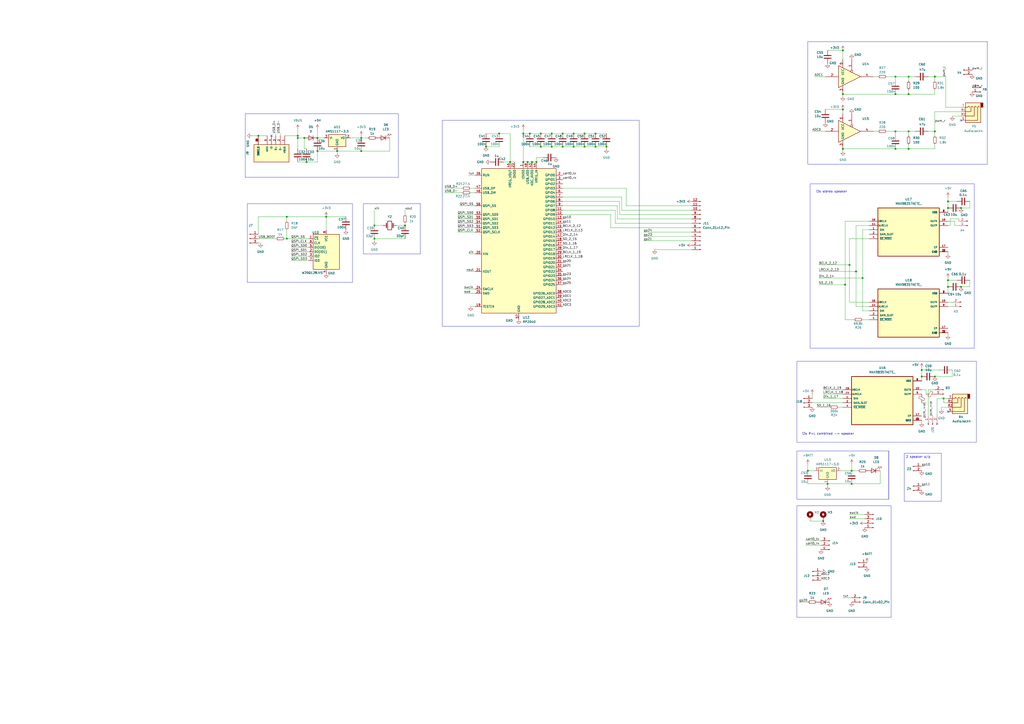
<source format=kicad_sch>
(kicad_sch (version 20231120) (generator "eeschema") (generator_version "8.0")
  (paper "A2")
  (junction (at 480.06 280.67))
  (junction (at 209.55 87.63))
  (junction (at 549.91 166.37))
  (junction (at 217.17 130.81))
  (junction (at 176.53 80.01))
  (junction (at 542.29 76.2))
  (junction (at 209.55 80.01))
  (junction (at 345.44 77.47))
  (junction (at 281.94 85.09))
  (junction (at 172.72 78.74))
  (junction (at 184.15 87.63))
  (junction (at 326.39 85.09))
  (junction (at 542.29 218.44))
  (junction (at 527.05 76.2))
  (junction (at 549.91 162.56))
  (junction (at 303.53 77.47))
  (junction (at 492.76 153.67))
  (junction (at 494.03 273.05))
  (junction (at 184.15 80.01))
  (junction (at 177.8 93.98))
  (junction (at 166.37 125.73))
  (junction (at 557.53 166.37))
  (junction (at 320.04 85.09))
  (junction (at 351.79 85.09))
  (junction (at 295.91 93.98))
  (junction (at 534.67 214.63))
  (junction (at 326.39 77.47))
  (junction (at 519.43 86.36))
  (junction (at 500.38 161.29))
  (junction (at 477.52 302.26))
  (junction (at 149.86 78.74))
  (junction (at 189.23 125.73))
  (junction (at 488.95 54.61))
  (junction (at 166.37 138.43))
  (junction (at 519.43 54.61))
  (junction (at 345.44 85.09))
  (junction (at 534.67 218.44))
  (junction (at 332.74 85.09))
  (junction (at 542.29 44.45))
  (junction (at 311.15 93.98))
  (junction (at 519.43 44.45))
  (junction (at 217.17 138.43))
  (junction (at 313.69 77.47))
  (junction (at 490.22 165.1))
  (junction (at 339.09 77.47))
  (junction (at 172.72 80.01))
  (junction (at 234.95 130.81))
  (junction (at 527.05 86.36))
  (junction (at 519.43 76.2))
  (junction (at 313.69 85.09))
  (junction (at 289.56 77.47))
  (junction (at 332.74 77.47))
  (junction (at 527.05 44.45))
  (junction (at 549.91 116.84))
  (junction (at 527.05 54.61))
  (junction (at 308.61 93.98))
  (junction (at 195.58 87.63))
  (junction (at 557.53 120.65))
  (junction (at 549.91 120.65))
  (junction (at 320.04 77.47))
  (junction (at 468.63 273.05))
  (junction (at 496.57 157.48))
  (junction (at 303.53 93.98))
  (junction (at 494.03 280.67))
  (junction (at 488.95 29.21))
  (junction (at 307.34 77.47))
  (junction (at 488.95 63.5))
  (junction (at 306.07 93.98))
  (junction (at 488.95 86.36))
  (junction (at 547.37 231.14))
  (junction (at 339.09 85.09))
  (no_connect (at 557.53 69.85))
  (no_connect (at 157.48 78.74))
  (no_connect (at 549.91 238.76))
  (wire (pts (xy 363.22 109.22) (xy 363.22 119.38)))
  (wire (pts (xy 487.68 273.05) (xy 494.03 273.05)))
  (wire (pts (xy 184.15 93.98) (xy 177.8 93.98)))
  (wire (pts (xy 542.29 76.2) (xy 538.48 76.2)))
  (wire (pts (xy 265.43 134.62) (xy 275.59 134.62)))
  (wire (pts (xy 514.35 44.45) (xy 519.43 44.45)))
  (wire (pts (xy 548.64 44.45) (xy 542.29 44.45)))
  (wire (pts (xy 534.67 214.63) (xy 534.67 218.44)))
  (wire (pts (xy 313.69 77.47) (xy 320.04 77.47)))
  (wire (pts (xy 500.38 161.29) (xy 500.38 133.35)))
  (wire (pts (xy 209.55 78.74) (xy 209.55 80.01)))
  (wire (pts (xy 548.64 62.23) (xy 557.53 62.23)))
  (wire (pts (xy 527.05 54.61) (xy 542.29 54.61)))
  (wire (pts (xy 257.81 111.76) (xy 267.97 111.76)))
  (wire (pts (xy 527.05 78.74) (xy 527.05 76.2)))
  (wire (pts (xy 549.91 194.31) (xy 549.91 193.04)))
  (wire (pts (xy 320.04 77.47) (xy 326.39 77.47)))
  (wire (pts (xy 354.33 124.46) (xy 354.33 132.08)))
  (wire (pts (xy 339.09 77.47) (xy 345.44 77.47)))
  (wire (pts (xy 472.44 44.45) (xy 478.79 44.45)))
  (wire (pts (xy 326.39 116.84) (xy 359.41 116.84)))
  (wire (pts (xy 257.81 109.22) (xy 267.97 109.22)))
  (wire (pts (xy 549.91 128.27) (xy 553.72 128.27)))
  (wire (pts (xy 265.43 129.54) (xy 275.59 129.54)))
  (wire (pts (xy 273.05 177.8) (xy 275.59 177.8)))
  (wire (pts (xy 543.56 231.14) (xy 543.56 241.3)))
  (wire (pts (xy 542.29 46.99) (xy 542.29 44.45)))
  (wire (pts (xy 542.29 86.36) (xy 542.29 83.82)))
  (wire (pts (xy 467.36 313.69) (xy 476.25 313.69)))
  (wire (pts (xy 519.43 44.45) (xy 527.05 44.45)))
  (wire (pts (xy 542.29 44.45) (xy 538.48 44.45)))
  (wire (pts (xy 295.91 93.98) (xy 298.45 93.98)))
  (wire (pts (xy 226.06 87.63) (xy 209.55 87.63)))
  (wire (pts (xy 534.67 233.68) (xy 537.21 233.68)))
  (wire (pts (xy 314.96 91.44) (xy 311.15 91.44)))
  (wire (pts (xy 552.45 177.8) (xy 549.91 177.8)))
  (wire (pts (xy 509.27 76.2) (xy 506.73 76.2)))
  (wire (pts (xy 463.55 349.25) (xy 468.63 349.25)))
  (wire (pts (xy 500.38 133.35) (xy 504.19 133.35)))
  (wire (pts (xy 471.17 228.6) (xy 471.17 231.14)))
  (wire (pts (xy 166.37 125.73) (xy 166.37 128.27)))
  (wire (pts (xy 265.43 124.46) (xy 275.59 124.46)))
  (wire (pts (xy 542.29 64.77) (xy 557.53 64.77)))
  (wire (pts (xy 168.91 148.59) (xy 179.07 148.59)))
  (wire (pts (xy 195.58 87.63) (xy 209.55 87.63)))
  (wire (pts (xy 176.53 86.36) (xy 176.53 80.01)))
  (wire (pts (xy 496.57 177.8) (xy 496.57 157.48)))
  (wire (pts (xy 149.86 78.74) (xy 154.94 78.74)))
  (wire (pts (xy 345.44 77.47) (xy 351.79 77.47)))
  (wire (pts (xy 562.61 162.56) (xy 562.61 166.37)))
  (wire (pts (xy 562.61 166.37) (xy 557.53 166.37)))
  (wire (pts (xy 510.54 280.67) (xy 494.03 280.67)))
  (wire (pts (xy 467.36 316.23) (xy 476.25 316.23)))
  (wire (pts (xy 549.91 116.84) (xy 549.91 120.65)))
  (wire (pts (xy 486.41 236.22) (xy 488.95 236.22)))
  (wire (pts (xy 160.02 77.47) (xy 160.02 78.74)))
  (wire (pts (xy 266.7 119.38) (xy 275.59 119.38)))
  (wire (pts (xy 500.38 185.42) (xy 504.19 185.42)))
  (wire (pts (xy 149.86 140.97) (xy 151.13 140.97)))
  (wire (pts (xy 474.98 157.48) (xy 496.57 157.48)))
  (wire (pts (xy 217.17 138.43) (xy 234.95 138.43)))
  (wire (pts (xy 552.45 218.44) (xy 542.29 218.44)))
  (wire (pts (xy 477.52 228.6) (xy 488.95 228.6)))
  (wire (pts (xy 307.34 77.47) (xy 313.69 77.47)))
  (wire (pts (xy 149.86 138.43) (xy 160.02 138.43)))
  (wire (pts (xy 492.76 153.67) (xy 492.76 175.26)))
  (wire (pts (xy 488.95 54.61) (xy 519.43 54.61)))
  (wire (pts (xy 203.2 80.01) (xy 209.55 80.01)))
  (wire (pts (xy 478.79 63.5) (xy 488.95 63.5)))
  (wire (pts (xy 295.91 93.98) (xy 295.91 77.47)))
  (wire (pts (xy 538.48 226.06) (xy 542.29 226.06)))
  (wire (pts (xy 326.39 77.47) (xy 332.74 77.47)))
  (wire (pts (xy 165.1 138.43) (xy 166.37 138.43)))
  (wire (pts (xy 519.43 76.2) (xy 527.05 76.2)))
  (wire (pts (xy 504.19 180.34) (xy 500.38 180.34)))
  (wire (pts (xy 358.14 127) (xy 401.32 127)))
  (wire (pts (xy 339.09 85.09) (xy 345.44 85.09)))
  (wire (pts (xy 527.05 52.07) (xy 527.05 54.61)))
  (wire (pts (xy 534.67 245.11) (xy 534.67 243.84)))
  (wire (pts (xy 168.91 146.05) (xy 179.07 146.05)))
  (wire (pts (xy 326.39 121.92) (xy 356.87 121.92)))
  (wire (pts (xy 184.15 87.63) (xy 195.58 87.63)))
  (wire (pts (xy 547.37 233.68) (xy 549.91 233.68)))
  (wire (pts (xy 177.8 86.36) (xy 176.53 86.36)))
  (wire (pts (xy 549.91 161.29) (xy 549.91 162.56)))
  (wire (pts (xy 307.34 85.09) (xy 313.69 85.09)))
  (wire (pts (xy 480.06 280.67) (xy 494.03 280.67)))
  (wire (pts (xy 509.27 44.45) (xy 506.73 44.45)))
  (wire (pts (xy 546.1 237.49) (xy 546.1 236.22)))
  (wire (pts (xy 527.05 46.99) (xy 527.05 44.45)))
  (wire (pts (xy 351.79 85.09) (xy 351.79 86.36)))
  (wire (pts (xy 504.19 175.26) (xy 492.76 175.26)))
  (wire (pts (xy 306.07 93.98) (xy 308.61 93.98)))
  (wire (pts (xy 468.63 269.24) (xy 468.63 273.05)))
  (wire (pts (xy 492.76 138.43) (xy 492.76 153.67)))
  (wire (pts (xy 480.06 281.94) (xy 480.06 280.67)))
  (wire (pts (xy 547.37 231.14) (xy 547.37 233.68)))
  (wire (pts (xy 527.05 83.82) (xy 527.05 86.36)))
  (wire (pts (xy 488.95 346.71) (xy 494.03 346.71)))
  (wire (pts (xy 146.05 78.74) (xy 149.86 78.74)))
  (wire (pts (xy 553.72 128.27) (xy 553.72 130.81)))
  (wire (pts (xy 234.95 121.92) (xy 234.95 124.46)))
  (wire (pts (xy 149.86 125.73) (xy 166.37 125.73)))
  (wire (pts (xy 217.17 121.92) (xy 217.17 130.81)))
  (wire (pts (xy 217.17 139.7) (xy 217.17 138.43)))
  (wire (pts (xy 542.29 54.61) (xy 542.29 52.07)))
  (wire (pts (xy 556.26 127) (xy 556.26 128.27)))
  (wire (pts (xy 271.78 101.6) (xy 275.59 101.6)))
  (wire (pts (xy 332.74 85.09) (xy 339.09 85.09)))
  (wire (pts (xy 549.91 116.84) (xy 554.99 116.84)))
  (wire (pts (xy 471.17 76.2) (xy 478.79 76.2)))
  (wire (pts (xy 281.94 77.47) (xy 289.56 77.47)))
  (wire (pts (xy 184.15 80.01) (xy 187.96 80.01)))
  (wire (pts (xy 527.05 76.2) (xy 530.86 76.2)))
  (wire (pts (xy 490.22 185.42) (xy 490.22 165.1)))
  (wire (pts (xy 519.43 78.74) (xy 519.43 76.2)))
  (wire (pts (xy 172.72 80.01) (xy 176.53 80.01)))
  (wire (pts (xy 549.91 166.37) (xy 549.91 170.18)))
  (wire (pts (xy 474.98 165.1) (xy 490.22 165.1)))
  (wire (pts (xy 527.05 44.45) (xy 530.86 44.45)))
  (wire (pts (xy 480.06 29.21) (xy 488.95 29.21)))
  (wire (pts (xy 162.56 77.47) (xy 162.56 78.74)))
  (wire (pts (xy 360.68 114.3) (xy 360.68 121.92)))
  (wire (pts (xy 488.95 29.21) (xy 488.95 34.29)))
  (wire (pts (xy 510.54 273.05) (xy 510.54 280.67)))
  (wire (pts (xy 542.29 64.77) (xy 542.29 76.2)))
  (wire (pts (xy 332.74 77.47) (xy 339.09 77.47)))
  (wire (pts (xy 494.03 269.24) (xy 494.03 273.05)))
  (wire (pts (xy 519.43 86.36) (xy 527.05 86.36)))
  (wire (pts (xy 488.95 63.5) (xy 488.95 66.04)))
  (wire (pts (xy 356.87 129.54) (xy 401.32 129.54)))
  (wire (pts (xy 326.39 124.46) (xy 354.33 124.46)))
  (wire (pts (xy 359.41 124.46) (xy 401.32 124.46)))
  (wire (pts (xy 189.23 125.73) (xy 200.66 125.73)))
  (wire (pts (xy 234.95 129.54) (xy 234.95 130.81)))
  (wire (pts (xy 168.91 143.51) (xy 179.07 143.51)))
  (wire (pts (xy 477.52 226.06) (xy 488.95 226.06)))
  (wire (pts (xy 468.63 273.05) (xy 472.44 273.05)))
  (wire (pts (xy 308.61 93.98) (xy 311.15 93.98)))
  (wire (pts (xy 356.87 121.92) (xy 356.87 129.54)))
  (wire (pts (xy 166.37 133.35) (xy 166.37 138.43)))
  (wire (pts (xy 549.91 147.32) (xy 549.91 146.05)))
  (wire (pts (xy 373.38 134.62) (xy 401.32 134.62)))
  (wire (pts (xy 189.23 125.73) (xy 189.23 133.35)))
  (wire (pts (xy 281.94 85.09) (xy 289.56 85.09)))
  (wire (pts (xy 551.18 127) (xy 556.26 127)))
  (wire (pts (xy 474.98 161.29) (xy 500.38 161.29)))
  (wire (pts (xy 166.37 138.43) (xy 179.07 138.43)))
  (wire (pts (xy 166.37 125.73) (xy 189.23 125.73)))
  (wire (pts (xy 168.91 151.13) (xy 179.07 151.13)))
  (wire (pts (xy 549.91 130.81) (xy 551.18 130.81)))
  (polyline (pts (xy 515.62 261.62) (xy 515.62 289.56)))
  (wire (pts (xy 488.95 86.36) (xy 519.43 86.36)))
  (wire (pts (xy 172.72 86.36) (xy 172.72 80.01)))
  (wire (pts (xy 549.91 120.65) (xy 549.91 123.19)))
  (wire (pts (xy 149.86 135.89) (xy 149.86 125.73)))
  (wire (pts (xy 184.15 87.63) (xy 184.15 93.98)))
  (wire (pts (xy 265.43 127) (xy 275.59 127)))
  (wire (pts (xy 217.17 130.81) (xy 222.25 130.81)))
  (wire (pts (xy 492.76 298.45) (xy 501.65 298.45)))
  (wire (pts (xy 549.91 162.56) (xy 554.99 162.56)))
  (wire (pts (xy 172.72 74.93) (xy 172.72 78.74)))
  (wire (pts (xy 172.72 78.74) (xy 172.72 80.01)))
  (wire (pts (xy 496.57 157.48) (xy 496.57 130.81)))
  (wire (pts (xy 229.87 130.81) (xy 234.95 130.81)))
  (wire (pts (xy 469.9 302.26) (xy 477.52 302.26)))
  (wire (pts (xy 504.19 177.8) (xy 496.57 177.8)))
  (wire (pts (xy 326.39 109.22) (xy 363.22 109.22)))
  (wire (pts (xy 474.98 153.67) (xy 492.76 153.67)))
  (wire (pts (xy 354.33 132.08) (xy 401.32 132.08)))
  (wire (pts (xy 534.67 218.44) (xy 534.67 220.98)))
  (wire (pts (xy 477.52 231.14) (xy 488.95 231.14)))
  (wire (pts (xy 172.72 93.98) (xy 177.8 93.98)))
  (wire (pts (xy 373.38 139.7) (xy 401.32 139.7)))
  (wire (pts (xy 289.56 77.47) (xy 295.91 77.47)))
  (wire (pts (xy 549.91 114.3) (xy 549.91 116.84)))
  (wire (pts (xy 226.06 80.01) (xy 226.06 87.63)))
  (wire (pts (xy 471.17 233.68) (xy 488.95 233.68)))
  (wire (pts (xy 292.1 93.98) (xy 295.91 93.98)))
  (wire (pts (xy 552.45 67.31) (xy 557.53 67.31)))
  (wire (pts (xy 500.38 180.34) (xy 500.38 161.29)))
  (wire (pts (xy 547.37 231.14) (xy 549.91 231.14)))
  (wire (pts (xy 320.04 85.09) (xy 326.39 85.09)))
  (wire (pts (xy 496.57 130.81) (xy 504.19 130.81)))
  (wire (pts (xy 270.51 157.48) (xy 275.59 157.48)))
  (wire (pts (xy 271.78 147.32) (xy 275.59 147.32)))
  (wire (pts (xy 273.05 111.76) (xy 275.59 111.76)))
  (wire (pts (xy 165.1 78.74) (xy 172.72 78.74)))
  (wire (pts (xy 358.14 119.38) (xy 358.14 127)))
  (wire (pts (xy 519.43 46.99) (xy 519.43 44.45)))
  (wire (pts (xy 488.95 54.61) (xy 488.95 55.88)))
  (wire (pts (xy 311.15 91.44) (xy 311.15 93.98)))
  (wire (pts (xy 488.95 86.36) (xy 488.95 87.63)))
  (wire (pts (xy 549.91 162.56) (xy 549.91 166.37)))
  (wire (pts (xy 490.22 128.27) (xy 504.19 128.27)))
  (wire (pts (xy 313.69 85.09) (xy 320.04 85.09)))
  (wire (pts (xy 490.22 165.1) (xy 490.22 128.27)))
  (wire (pts (xy 562.61 120.65) (xy 557.53 120.65)))
  (wire (pts (xy 273.05 109.22) (xy 275.59 109.22)))
  (wire (pts (xy 303.53 74.93) (xy 303.53 77.47)))
  (wire (pts (xy 548.64 62.23) (xy 548.64 44.45)))
  (wire (pts (xy 265.43 132.08) (xy 275.59 132.08)))
  (wire (pts (xy 537.21 226.06) (xy 534.67 226.06)))
  (wire (pts (xy 326.39 119.38) (xy 358.14 119.38)))
  (wire (pts (xy 534.67 214.63) (xy 544.83 214.63)))
  (wire (pts (xy 269.24 170.18) (xy 275.59 170.18)))
  (wire (pts (xy 326.39 85.09) (xy 332.74 85.09)))
  (wire (pts (xy 519.43 54.61) (xy 527.05 54.61)))
  (wire (pts (xy 303.53 77.47) (xy 307.34 77.47)))
  (wire (pts (xy 492.76 300.99) (xy 501.65 300.99)))
  (wire (pts (xy 468.63 280.67) (xy 480.06 280.67)))
  (wire (pts (xy 542.29 78.74) (xy 542.29 76.2)))
  (wire (pts (xy 473.71 236.22) (xy 481.33 236.22)))
  (wire (pts (xy 360.68 121.92) (xy 401.32 121.92)))
  (wire (pts (xy 401.32 144.78) (xy 379.73 144.78)))
  (wire (pts (xy 195.58 88.9) (xy 195.58 87.63)))
  (wire (pts (xy 553.72 130.81) (xy 556.26 130.81)))
  (wire (pts (xy 269.24 167.64) (xy 275.59 167.64)))
  (wire (pts (xy 373.38 137.16) (xy 401.32 137.16)))
  (wire (pts (xy 534.67 213.36) (xy 534.67 214.63)))
  (wire (pts (xy 209.55 80.01) (xy 213.36 80.01)))
  (wire (pts (xy 492.76 138.43) (xy 504.19 138.43)))
  (wire (pts (xy 326.39 114.3) (xy 360.68 114.3)))
  (wire (pts (xy 552.45 175.26) (xy 549.91 175.26)))
  (wire (pts (xy 514.35 76.2) (xy 519.43 76.2)))
  (wire (pts (xy 303.53 93.98) (xy 306.07 93.98)))
  (wire (pts (xy 494.03 273.05) (xy 497.84 273.05)))
  (wire (pts (xy 527.05 86.36) (xy 542.29 86.36)))
  (wire (pts (xy 537.21 228.6) (xy 537.21 226.06)))
  (wire (pts (xy 552.45 214.63) (xy 552.45 218.44)))
  (wire (pts (xy 562.61 116.84) (xy 562.61 120.65)))
  (wire (pts (xy 359.41 116.84) (xy 359.41 124.46)))
  (wire (pts (xy 495.3 185.42) (xy 490.22 185.42)))
  (wire (pts (xy 546.1 236.22) (xy 549.91 236.22)))
  (wire (pts (xy 363.22 119.38) (xy 401.32 119.38)))
  (wire (pts (xy 345.44 85.09) (xy 351.79 85.09)))
  (wire (pts (xy 168.91 140.97) (xy 179.07 140.97)))
  (wire (pts (xy 551.18 130.81) (xy 551.18 127)))
  (wire (pts (xy 543.56 231.14) (xy 547.37 231.14)))
  (wire (pts (xy 303.53 93.98) (xy 303.53 77.47)))
  (wire (pts (xy 184.15 74.93) (xy 184.15 80.01)))
  (wire (pts (xy 538.48 226.06) (xy 538.48 241.3)))
  (rectangle (start 142.24 66.04) (end 231.14 102.87))
  (rectangle (start 143.51 118.11) (end 204.47 163.83))
  (rectangle (start 462.28 209.55) (end 566.42 256.54))
  (rectangle (start 256.54 69.85) (end 370.84 189.23))
  (rectangle (start 468.63 24.13) (end 572.77 95.25))
  (rectangle (start 524.51 262.89) (end 546.1 290.83))
  (rectangle (start 469.9 106.68) (end 565.15 201.93))
  (rectangle (start 210.82 118.11) (end 243.84 147.32))
  (rectangle (start 462.28 293.37) (end 516.89 358.14))
  (rectangle (start 462.28 261.62) (end 515.62 289.56))
  (text "i2s stereo speaker\n" (at 482.346 111.252 0) (effects (font (size 1.27 1.27))))
  (text "2 speaker o/p" (at 532.638 265.176 0) (effects (font (size 1.27 1.27))))
  (text "i2s R+L combined -> speaker" (at 480.314 251.714 0) (effects (font (size 1.27 1.27))))
  (label "ADC0" (at 326.39 170.18 0))
  (label "uart0_tx" (at 326.39 101.6 0))
  (label "run" (at 271.78 101.6 0))
  (label "SD_1_16" (at 326.39 142.24 0))
  (label "USB_D-" (at 257.81 111.76 0))
  (label "QSPI_SD0" (at 168.91 143.51 0))
  (label "run" (at 488.95 346.71 0))
  (label "gp20" (at 326.39 152.4 0))
  (label "Din_1_17" (at 326.39 144.78 0))
  (label "gp24" (at 373.38 134.62 0))
  (label "gp24" (at 326.39 162.56 0))
  (label "gp11" (at 326.39 129.54 0))
  (label "ADC3" (at 476.25 336.55 0))
  (label "BCLK_2_12" (at 326.39 132.08 0))
  (label "pcm_+ve" (at 537.21 233.68 270))
  (label "gp11" (at 534.67 281.94 0))
  (label "swclk" (at 492.76 298.45 0))
  (label "uart0_tx" (at 467.36 313.69 0))
  (label "ADC2" (at 476.25 334.01 0))
  (label "QSPI_SD3" (at 168.91 151.13 0))
  (label "QSPI_SD2" (at 265.43 129.54 0))
  (label "uart0_rx" (at 326.39 104.14 0))
  (label "QSPI_CLK" (at 265.43 134.62 0))
  (label "BCLK_2_12" (at 474.98 153.67 0))
  (label "ADC3" (at 326.39 177.8 0))
  (label "swd" (at 492.76 300.99 0))
  (label "xout" (at 270.51 157.48 0))
  (label "USB_D+" (at 160.02 77.47 90))
  (label "xout" (at 234.95 121.92 0))
  (label "pwm_r" (at 563.88 50.8 0))
  (label "gp21" (at 326.39 154.94 0))
  (label "USB_BOOT" (at 149.86 138.43 0))
  (label "pwm_l" (at 548.64 44.45 90))
  (label "xin" (at 217.17 121.92 0))
  (label "USB_D+" (at 257.81 109.22 0))
  (label "gp10" (at 326.39 127 0))
  (label "swclk" (at 269.24 167.64 0))
  (label "gp10" (at 534.67 270.51 0))
  (label "pwm_r" (at 542.29 71.12 0))
  (label "BCLK_1_19" (at 477.52 226.06 0))
  (label "Din_2_14" (at 474.98 161.29 0))
  (label "QSPI_SD2" (at 168.91 148.59 0))
  (label "swd" (at 269.24 170.18 0))
  (label "gp23" (at 326.39 160.02 0))
  (label "SD_2_15" (at 474.98 165.1 0))
  (label "SD_2_15" (at 326.39 139.7 0))
  (label "BCLK_1_19" (at 326.39 147.32 0))
  (label "SD_1_16" (at 473.71 236.22 0))
  (label "gp23" (at 373.38 137.16 0))
  (label "ADC2" (at 326.39 175.26 0))
  (label "pwm_l" (at 563.88 40.64 0))
  (label "ADC1" (at 472.44 44.45 0))
  (label "gp20" (at 463.55 349.25 0))
  (label "QSPI_SD0" (at 265.43 124.46 0))
  (label "LRCLK_1_18" (at 477.52 228.6 0))
  (label "gp21" (at 373.38 139.7 0))
  (label "QSPI_SS" (at 168.91 138.43 0))
  (label "QSPI_SD1" (at 265.43 127 0))
  (label "QSPI_SD1" (at 168.91 146.05 0))
  (label "Din_2_14" (at 326.39 137.16 0))
  (label "Din_1_17" (at 477.52 231.14 0))
  (label "uart0_rx" (at 467.36 316.23 0))
  (label "xin" (at 271.78 147.32 0))
  (label "USB_D-" (at 162.56 77.47 90))
  (label "QSPI_CLK" (at 168.91 140.97 0))
  (label "LRCLK_2_13" (at 326.39 134.62 0))
  (label "ADC0" (at 471.17 76.2 0))
  (label "pcm_+ve" (at 541.02 241.3 90))
  (label "gp25" (at 326.39 165.1 0))
  (label "LRCLK_1_18" (at 326.39 149.86 0))
  (label "ADC1" (at 326.39 172.72 0))
  (label "QSPI_SD3" (at 265.43 132.08 0))
  (label "QSPI_SS" (at 266.7 119.38 0))
  (label "LRCLK_2_13" (at 474.98 157.48 0))
  (symbol (lib_id "Device:C") (at 345.44 81.28 0) (unit 1)
    (property "Reference" "C51" (at 341.122 78.994 0) (effects (justify left)))
    (property "Value" "100n" (at 340.36 83.566 0) (effects (justify left)))
    (property "Footprint" "Capacitor_SMD:C_0603_1608Metric_Pad1.08x0.95mm_HandSolder" (effects (hide yes)))
    (property "Description" "Unpolarized capacitor" (effects (hide yes)))
  )
  (symbol (lib_id "Device:C") (at 234.95 134.62 0) (unit 1)
    (property "Reference" "C40" (at 230.632 132.334 0) (effects (justify left)))
    (property "Value" "33pf" (at 229.87 136.906 0) (effects (justify left)))
    (property "Footprint" "Capacitor_SMD:C_0805_2012Metric_Pad1.18x1.45mm_HandSolder" (effects (hide yes)))
    (property "Description" "Unpolarized capacitor" (effects (hide yes)))
  )
  (symbol (lib_id "power:GND") (at 478.79 71.12 0) (unit 1)
    (property "Reference" "#PWR091" (effects (hide yes)))
    (property "Value" "GND" (at 481.584 70.358 0))
    (property "Description" "Power symbol creates a global label with name \"GND\" , ground" (effects (hide yes)))
  )
  (symbol (lib_id "Device:R_Small") (at 234.95 127 180) (unit 1)
    (property "Reference" "R20" (at 237.49 125.7299 0) (effects (justify right)))
    (property "Value" "1k" (at 237.49 128.2699 0) (effects (justify right)))
    (property "Footprint" "Resistor_SMD:R_0805_2012Metric_Pad1.20x1.40mm_HandSolder" (effects (hide yes)))
    (property "Description" "Resistor, small symbol" (effects (hide yes)))
  )
  (symbol (lib_id "Device:C") (at 494.03 276.86 0) (unit 1)
    (property "Reference" "C56" (at 489.966 274.574 0) (effects (justify left)))
    (property "Value" "10u" (at 489.966 279.146 0) (effects (justify left)))
    (property "Footprint" "Capacitor_SMD:C_0805_2012Metric_Pad1.18x1.45mm_HandSolder" (effects (hide yes)))
    (property "Description" "Unpolarized capacitor" (effects (hide yes)))
  )
  (symbol (lib_id "Device:C") (at 200.66 129.54 0) (unit 1)
    (property "Reference" "C37" (at 196.342 127.254 0) (effects (justify left)))
    (property "Value" "100n" (at 195.58 131.826 0) (effects (justify left)))
    (property "Footprint" "Capacitor_SMD:C_0805_2012Metric_Pad1.18x1.45mm_HandSolder" (effects (hide yes)))
    (property "Description" "Unpolarized capacitor" (effects (hide yes)))
  )
  (symbol (lib_id "power:GND") (at 549.91 194.31 0) (unit 1)
    (property "Reference" "#PWR0107" (effects (hide yes)))
    (property "Value" "GND" (at 549.91 199.39 0))
    (property "Description" "Power symbol creates a global label with name \"GND\" , ground" (effects (hide yes)))
  )
  (symbol (lib_id "Device:C") (at 558.8 162.56 90) (unit 1)
    (property "Reference" "C66" (at 555.752 159.004 90) (effects (justify left)))
    (property "Value" "0.1u" (at 560.578 159.004 90) (effects (justify left)))
    (property "Footprint" "Capacitor_SMD:C_0805_2012Metric_Pad1.18x1.45mm_HandSolder" (effects (hide yes)))
    (property "Description" "Unpolarized capacitor" (effects (hide yes)))
  )
  (symbol (lib_id "power:GND") (at 284.48 93.98 270) (unit 1)
    (property "Reference" "#PWR070" (effects (hide yes)))
    (property "Value" "GND" (at 280.67 93.9799 90) (effects (justify right)))
    (property "Description" "Power symbol creates a global label with name \"GND\" , ground" (effects (hide yes)))
  )
  (symbol (lib_id "Device:C") (at 558.8 116.84 90) (unit 1)
    (property "Reference" "C65" (at 560.832 110.744 90) (effects (justify left)))
    (property "Value" "0.1u" (at 560.832 113.03 90) (effects (justify left)))
    (property "Footprint" "Capacitor_SMD:C_0805_2012Metric_Pad1.18x1.45mm_HandSolder" (effects (hide yes)))
    (property "Description" "Unpolarized capacitor" (effects (hide yes)))
  )
  (symbol (lib_id "power:GND") (at 488.95 55.88 0) (unit 1)
    (property "Reference" "#PWR095" (effects (hide yes)))
    (property "Value" "GND" (at 493.522 57.404 0))
    (property "Description" "Power symbol creates a global label with name \"GND\" , ground" (effects (hide yes)))
  )
  (symbol (lib_id "Device:C") (at 320.04 81.28 0) (unit 1)
    (property "Reference" "C47" (at 315.722 78.994 0) (effects (justify left)))
    (property "Value" "100n" (at 314.96 83.566 0) (effects (justify left)))
    (property "Footprint" "Capacitor_SMD:C_0603_1608Metric_Pad1.08x0.95mm_HandSolder" (effects (hide yes)))
    (property "Description" "Unpolarized capacitor" (effects (hide yes)))
  )
  (symbol (lib_id "Device:R_Small") (at 497.84 185.42 270) (unit 1)
    (property "Reference" "R26" (at 497.84 189.992 90))
    (property "Value" "69.8k" (at 497.84 187.706 90))
    (property "Footprint" "Resistor_SMD:R_0805_2012Metric_Pad1.20x1.40mm_HandSolder" (effects (hide yes)))
    (property "Description" "Resistor, small symbol" (effects (hide yes)))
  )
  (symbol (lib_id "Device:LED") (at 477.52 349.25 180) (unit 1)
    (property "Reference" "D7" (at 479.1075 341.63 0))
    (property "Value" "LED" (at 479.1075 344.17 0))
    (property "Footprint" "LED_SMD:LED_0805_2012Metric_Pad1.15x1.40mm_HandSolder" (effects (hide yes)))
    (property "Description" "Light emitting diode" (effects (hide yes)))
  )
  (symbol (lib_id "Device:R_Small") (at 162.56 138.43 90) (unit 1)
    (property "Reference" "R17" (at 162.56 133.35 90))
    (property "Value" "1k" (at 162.56 135.89 90))
    (property "Footprint" "Resistor_SMD:R_0805_2012Metric_Pad1.20x1.40mm_HandSolder" (effects (hide yes)))
    (property "Description" "Resistor, small symbol" (effects (hide yes)))
  )
  (symbol (lib_id "Device:R_Small") (at 215.9 80.01 90) (unit 1)
    (property "Reference" "R19" (at 215.9 74.93 90))
    (property "Value" "1k" (at 215.9 77.47 90))
    (property "Footprint" "Resistor_SMD:R_0805_2012Metric_Pad1.20x1.40mm_HandSolder" (effects (hide yes)))
    (property "Description" "Resistor, small symbol" (effects (hide yes)))
  )
  (symbol (lib_id "power:GND") (at 481.33 349.25 0) (unit 1)
    (property "Reference" "#PWR077" (effects (hide yes)))
    (property "Value" "GND" (at 481.33 354.33 0))
    (property "Description" "Power symbol creates a global label with name \"GND\" , ground" (effects (hide yes)))
  )
  (symbol (lib_id "Connector:Conn_01x02_Pin") (at 547.37 228.6 180) (unit 1)
    (property "Reference" "B3" (at 548.386 225.044 0) (effects (justify right)))
    (property "Value" "Conn_01x02_Pin" (effects (hide yes)))
    (property "Footprint" "Connector_JST:JST_EH_B2B-EH-A_1x02_P2.50mm_Vertical" (effects (hide yes)))
    (property "Description" "Generic connector, single row, 01x02, script generated" (effects (hide yes)))
  )
  (symbol (lib_id "power:GND") (at 200.66 133.35 0) (unit 1)
    (property "Reference" "#PWR065" (effects (hide yes)))
    (property "Value" "GND" (at 200.66 138.43 0))
    (property "Description" "Power symbol creates a global label with name \"GND\" , ground" (effects (hide yes)))
  )
  (symbol (lib_id "power:GND") (at 552.45 67.31 0) (unit 1)
    (property "Reference" "#PWR0110" (effects (hide yes)))
    (property "Value" "GND" (at 552.45 72.39 0))
    (property "Description" "Power symbol creates a global label with name \"GND\" , ground" (effects (hide yes)))
  )
  (symbol (lib_id "power:GND") (at 476.25 318.77 0) (unit 1)
    (property "Reference" "#PWR083" (effects (hide yes)))
    (property "Value" "GND" (at 476.25 323.85 0))
    (property "Description" "Power symbol creates a global label with name \"GND\" , ground" (effects (hide yes)))
  )
  (symbol (lib_id "power:+5V") (at 534.67 213.36 0) (unit 1)
    (property "Reference" "#PWR0100" (effects (hide yes)))
    (property "Value" "+5V" (at 530.86 211.582 0))
    (property "Description" "Power symbol creates a global label with name \"+5V\"" (effects (hide yes)))
  )
  (symbol (lib_id "power:GND") (at 494.03 349.25 0) (unit 1)
    (property "Reference" "#PWR076" (effects (hide yes)))
    (property "Value" "GND" (at 494.03 354.33 0))
    (property "Description" "Power symbol creates a global label with name \"GND\" , ground" (effects (hide yes)))
  )
  (symbol (lib_id "Device:C") (at 534.67 44.45 270) (unit 1)
    (property "Reference" "C60" (at 532.892 37.338 90) (effects (justify left)))
    (property "Value" "47u" (at 533.146 40.386 90) (effects (justify left)))
    (property "Footprint" "Capacitor_SMD:C_0805_2012Metric_Pad1.18x1.45mm_HandSolder" (effects (hide yes)))
    (property "Description" "Unpolarized capacitor" (effects (hide yes)))
  )
  (symbol (lib_id "power:GND") (at 501.65 306.07 0) (unit 1)
    (property "Reference" "#PWR079" (effects (hide yes)))
    (property "Value" "GND" (at 501.65 311.15 0))
    (property "Description" "Power symbol creates a global label with name \"GND\" , ground" (effects (hide yes)))
  )
  (symbol (lib_id "Device:LED") (at 506.73 273.05 180) (unit 1)
    (property "Reference" "D8" (at 508.3175 265.43 0))
    (property "Value" "LED" (at 508.3175 267.97 0))
    (property "Footprint" "LED_SMD:LED_0805_2012Metric_Pad1.15x1.40mm_HandSolder" (effects (hide yes)))
    (property "Description" "Light emitting diode" (effects (hide yes)))
  )
  (symbol (lib_id "Device:D") (at 180.34 80.01 180) (unit 1)
    (property "Reference" "D5" (at 180.34 73.66 0))
    (property "Value" "D" (at 180.34 76.2 0))
    (property "Footprint" "Diode_SMD:D_0805_2012Metric_Pad1.15x1.40mm_HandSolder" (effects (hide yes)))
    (property "Description" "Diode" (effects (hide yes)))
    (property "Sim.Device" "D" (effects (hide yes)))
    (property "Sim.Pins" "1=K 2=A" (effects (hide yes)))
  )
  (symbol (lib_id "Connector:Conn_01x02_Pin") (at 557.53 177.8 180) (unit 1)
    (property "Reference" "A3" (at 553.212 180.594 0) (effects (justify right)))
    (property "Value" "Conn_01x02_Pin" (effects (hide yes)))
    (property "Footprint" "Connector_PinHeader_2.54mm:PinHeader_1x02_P2.54mm_Vertical" (effects (hide yes)))
    (property "Description" "Generic connector, single row, 01x02, script generated" (effects (hide yes)))
  )
  (symbol (lib_id "Mechanical:MountingHole_Pad") (at 477.52 299.72 0) (unit 1)
    (property "Reference" "H3" (at 480.06 297.1799 0) (effects (justify left)))
    (property "Value" "MountingHole_Pad" (effects (hide yes)))
    (property "Footprint" "MountingHole:MountingHole_2.2mm_M2" (effects (hide yes)))
    (property "Description" "Mounting Hole with connection" (effects (hide yes)))
  )
  (symbol (lib_id "Device:C") (at 534.67 76.2 270) (unit 1)
    (property "Reference" "C61" (at 532.892 69.088 90) (effects (justify left)))
    (property "Value" "47u" (at 533.146 72.136 90) (effects (justify left)))
    (property "Footprint" "Capacitor_SMD:C_0805_2012Metric_Pad1.18x1.45mm_HandSolder" (effects (hide yes)))
    (property "Description" "Unpolarized capacitor" (effects (hide yes)))
  )
  (symbol (lib_id "Mechanical:MountingHole_Pad") (at 469.9 299.72 0) (unit 1)
    (property "Reference" "H2" (at 472.44 297.1799 0) (effects (justify left)))
    (property "Value" "MountingHole_Pad" (effects (hide yes)))
    (property "Footprint" "MountingHole:MountingHole_2.2mm_M2" (effects (hide yes)))
    (property "Description" "Mounting Hole with connection" (effects (hide yes)))
  )
  (symbol (lib_id "Connector:Conn_01x03_Pin") (at 471.17 334.01 0) (unit 1)
    (property "Reference" "J12" (at 467.868 334.01 0))
    (property "Value" "Conn_01x03_Pin" (effects (hide yes)))
    (property "Footprint" "Connector_PinHeader_2.54mm:PinHeader_1x03_P2.54mm_Vertical" (effects (hide yes)))
    (property "Description" "Generic connector, single row, 01x03, script generated" (effects (hide yes)))
  )
  (symbol (lib_id "power:GND") (at 534.67 245.11 0) (unit 1)
    (property "Reference" "#PWR0101" (effects (hide yes)))
    (property "Value" "GND" (at 534.67 250.19 0))
    (property "Description" "Power symbol creates a global label with name \"GND\" , ground" (effects (hide yes)))
  )
  (symbol (lib_id "power:GND") (at 549.91 147.32 0) (unit 1)
    (property "Reference" "#PWR0105" (effects (hide yes)))
    (property "Value" "GND" (at 549.91 152.4 0))
    (property "Description" "Power symbol creates a global label with name \"GND\" , ground" (effects (hide yes)))
  )
  (symbol (lib_id "Device:R_Small") (at 483.87 236.22 270) (unit 1)
    (property "Reference" "R24" (at 483.87 240.792 90))
    (property "Value" "300k" (at 483.87 238.506 90))
    (property "Footprint" "Resistor_SMD:R_0805_2012Metric_Pad1.20x1.40mm_HandSolder" (effects (hide yes)))
    (property "Description" "Resistor, small symbol" (effects (hide yes)))
  )
  (symbol (lib_id "power:+BATT") (at 502.92 326.39 0) (unit 1)
    (property "Reference" "#PWR085" (effects (hide yes)))
    (property "Value" "+BATT" (at 502.92 321.31 0))
    (property "Description" "Power symbol creates a global label with name \"+BATT\"" (effects (hide yes)))
  )
  (symbol (lib_id "Device:C") (at 288.29 93.98 270) (unit 1)
    (property "Reference" "C42" (at 289.306 92.202 90) (effects (justify left)))
    (property "Value" "1u" (at 286.766 90.424 90) (effects (justify left)))
    (property "Footprint" "Capacitor_SMD:C_0603_1608Metric_Pad1.08x0.95mm_HandSolder" (effects (hide yes)))
    (property "Description" "Unpolarized capacitor" (effects (hide yes)))
  )
  (symbol (lib_id "Device:R_Small") (at 542.29 49.53 180) (unit 1)
    (property "Reference" "R31" (at 543.56 48.26 0) (effects (justify right)))
    (property "Value" "1.8k" (at 543.56 50.8 0) (effects (justify right)))
    (property "Footprint" "Resistor_SMD:R_0805_2012Metric_Pad1.20x1.40mm_HandSolder" (effects (hide yes)))
    (property "Description" "Resistor, small symbol" (effects (hide yes)))
  )
  (symbol (lib_id "Device:C") (at 217.17 134.62 0) (unit 1)
    (property "Reference" "C39" (at 212.852 132.334 0) (effects (justify left)))
    (property "Value" "33pf" (at 212.09 136.906 0) (effects (justify left)))
    (property "Footprint" "Capacitor_SMD:C_0805_2012Metric_Pad1.18x1.45mm_HandSolder" (effects (hide yes)))
    (property "Description" "Unpolarized capacitor" (effects (hide yes)))
  )
  (symbol (lib_id "Connector:Conn_01x03_Pin") (at 481.33 316.23 180) (unit 1)
    (property "Reference" "J14" (at 482.6 314.9599 0) (effects (justify right)))
    (property "Value" "Conn_01x03_Pin" (effects (hide yes)))
    (property "Footprint" "Connector_PinHeader_2.54mm:PinHeader_1x03_P2.54mm_Vertical" (effects (hide yes)))
    (property "Description" "Generic connector, single row, 01x03, script generated" (effects (hide yes)))
  )
  (symbol (lib_id "Connector:Conn_01x02_Pin") (at 497.84 326.39 0) (unit 1)
    (property "Reference" "J13" (at 494.538 327.152 0))
    (property "Value" "Conn_01x02_Pin" (effects (hide yes)))
    (property "Footprint" "Connector_JST:JST_EH_B2B-EH-A_1x02_P2.50mm_Vertical" (effects (hide yes)))
    (property "Description" "Generic connector, single row, 01x02, script generated" (effects (hide yes)))
  )
  (symbol (lib_id "power:GND") (at 542.29 218.44 0) (unit 1)
    (property "Reference" "#PWR0102" (effects (hide yes)))
    (property "Value" "GND" (at 542.29 222.25 0))
    (property "Description" "Power symbol creates a global label with name \"GND\" , ground" (effects (hide yes)))
  )
  (symbol (lib_id "Device:R_Small") (at 527.05 49.53 180) (unit 1)
    (property "Reference" "R29" (at 529.59 48.2599 0) (effects (justify right)))
    (property "Value" "100" (at 529.59 50.7999 0) (effects (justify right)))
    (property "Footprint" "Resistor_SMD:R_0805_2012Metric_Pad1.20x1.40mm_HandSolder" (effects (hide yes)))
    (property "Description" "Resistor, small symbol" (effects (hide yes)))
  )
  (symbol (lib_id "power:+BATT") (at 468.63 269.24 0) (unit 1)
    (property "Reference" "#PWR087" (effects (hide yes)))
    (property "Value" "+BATT" (at 468.63 264.16 0))
    (property "Description" "Power symbol creates a global label with name \"+BATT\"" (effects (hide yes)))
  )
  (symbol (lib_id "Regulator_Linear:AMS1117-3.3") (at 195.58 80.01 0) (unit 1)
    (property "Reference" "U11" (at 195.58 73.66 0))
    (property "Value" "AMS1117-3.3" (at 195.58 76.2 0))
    (property "Footprint" "Package_TO_SOT_SMD:SOT-223-3_TabPin2" (effects (hide yes)))
    (property "Datasheet" "http://www.advanced-monolithic.com/pdf/ds1117.pdf" (effects (hide yes)))
    (property "Description" "1A Low Dropout regulator, positive, 3.3V fixed output, SOT-223" (effects (hide yes)))
  )
  (symbol (lib_id "MAX98357AETE_:MAX98357AETE_") (at 527.05 180.34 0) (unit 1)
    (property "Reference" "U18" (at 527.05 162.56 0))
    (property "Value" "MAX98357AETE_" (at 527.05 165.1 0))
    (property "Footprint" "lib:QFN50P300X300X80-17N" (effects (hide yes)))
    (property "MF" "Analog Devices" (effects (hide yes)))
    (property "DESCRIPTION" "Audio Amp Speaker 1-CH Mono Class-D 16-Pin TQFN EP" (effects (hide yes)))
    (property "PACKAGE" "TQFN-16 Maxim Integrated" (effects (hide yes)))
    (property "PRICE" "None" (effects (hide yes)))
    (property "Package" "TQFN-16 Maxim" (effects (hide yes)))
    (property "Check_prices" "https://www.snapeda.com/parts/MAX98357AETE+/Analog+Devices/view-part/?ref=eda" (effects (hide yes)))
    (property "STANDARD" "IPC7351B" (effects (hide yes)))
    (property "SnapEDA_Link" "https://www.snapeda.com/parts/MAX98357AETE+/Analog+Devices/view-part/?ref=snap" (effects (hide yes)))
    (property "MP" "MAX98357AETE+" (effects (hide yes)))
    (property "Purchase-URL" "https://www.snapeda.com/api/url_track_click_mouser/?unipart_id=229145&manufacturer=Analog Devices&part_name=MAX98357AETE+&search_term=max98357" (effects (hide yes)))
    (property "Description_1" "\nTiny, Low-Cost, PCM Class D Amplifier with Class AB Performance\n" (effects (hide yes)))
    (property "Availability" "In Stock" (effects (hide yes)))
    (property "Price" "None" (effects (hide yes)))
    (property "MANUFACTURER" "Maxim Integrated" (effects (hide yes)))
  )
  (symbol (lib_id "Device:R_Small") (at 511.81 76.2 270) (unit 1)
    (property "Reference" "R28" (at 511.81 71.12 90))
    (property "Value" "220" (at 511.81 73.66 90))
    (property "Footprint" "Resistor_SMD:R_0805_2012Metric_Pad1.20x1.40mm_HandSolder" (effects (hide yes)))
    (property "Description" "Resistor, small symbol" (effects (hide yes)))
  )
  (symbol (lib_id "power:GND") (at 534.67 273.05 0) (unit 1)
    (property "Reference" "#PWR0108" (effects (hide yes)))
    (property "Value" "GND" (at 538.734 274.828 0))
    (property "Description" "Power symbol creates a global label with name \"GND\" , ground" (effects (hide yes)))
  )
  (symbol (lib_id "Device:R_Small") (at 500.38 273.05 90) (unit 1)
    (property "Reference" "R25" (at 500.38 267.97 90))
    (property "Value" "1k" (at 500.38 270.51 90))
    (property "Footprint" "Resistor_SMD:R_0805_2012Metric_Pad1.20x1.40mm_HandSolder" (effects (hide yes)))
    (property "Description" "Resistor, small symbol" (effects (hide yes)))
  )
  (symbol (lib_id "power:GND") (at 322.58 91.44 0) (unit 1)
    (property "Reference" "#PWR073" (effects (hide yes)))
    (property "Value" "GND" (at 322.58 96.52 0))
    (property "Description" "Power symbol creates a global label with name \"GND\" , ground" (effects (hide yes)))
  )
  (symbol (lib_id "Device:R_Small") (at 471.17 349.25 90) (unit 1)
    (property "Reference" "R23" (at 471.17 344.17 90))
    (property "Value" "1k" (at 471.17 346.71 90))
    (property "Footprint" "Resistor_SMD:R_0805_2012Metric_Pad1.20x1.40mm_HandSolder" (effects (hide yes)))
    (property "Description" "Resistor, small symbol" (effects (hide yes)))
  )
  (symbol (lib_id "Device:C") (at 209.55 83.82 0) (unit 1)
    (property "Reference" "C38" (at 206.248 81.534 0) (effects (justify left)))
    (property "Value" "10u" (at 205.486 86.106 0) (effects (justify left)))
    (property "Footprint" "Capacitor_SMD:C_0805_2012Metric_Pad1.18x1.45mm_HandSolder" (effects (hide yes)))
    (property "Description" "Unpolarized capacitor" (effects (hide yes)))
  )
  (symbol (lib_id "power:GND") (at 476.25 331.47 90) (unit 1)
    (property "Reference" "#PWR084" (effects (hide yes)))
    (property "Value" "GND" (at 480.06 331.4699 90) (effects (justify right)))
    (property "Description" "Power symbol creates a global label with name \"GND\" , ground" (effects (hide yes)))
  )
  (symbol (lib_id "power:GND") (at 494.03 34.29 180) (unit 1)
    (property "Reference" "#PWR098" (effects (hide yes)))
    (property "Value" "GND" (at 497.586 31.75 0))
    (property "Description" "Power symbol creates a global label with name \"GND\" , ground" (effects (hide yes)))
  )
  (symbol (lib_id "Device:C") (at 177.8 90.17 0) (unit 1)
    (property "Reference" "C33" (at 178.308 88.138 0) (effects (justify left)))
    (property "Value" "10u" (at 178.308 92.456 0) (effects (justify left)))
    (property "Footprint" "Capacitor_SMD:C_0805_2012Metric_Pad1.18x1.45mm_HandSolder" (effects (hide yes)))
    (property "Description" "Unpolarized capacitor" (effects (hide yes)))
  )
  (symbol (lib_id "Device:C") (at 553.72 166.37 90) (unit 1)
    (property "Reference" "C64" (at 553.72 170.688 90) (effects (justify left)))
    (property "Value" "10u" (at 557.784 170.688 90) (effects (justify left)))
    (property "Footprint" "Capacitor_SMD:C_0805_2012Metric_Pad1.18x1.45mm_HandSolder" (effects (hide yes)))
    (property "Description" "Unpolarized capacitor" (effects (hide yes)))
  )
  (symbol (lib_id "Device:C") (at 332.74 81.28 0) (unit 1)
    (property "Reference" "C49" (at 328.422 78.994 0) (effects (justify left)))
    (property "Value" "100n" (at 327.66 83.566 0) (effects (justify left)))
    (property "Footprint" "Capacitor_SMD:C_0603_1608Metric_Pad1.08x0.95mm_HandSolder" (effects (hide yes)))
    (property "Description" "Unpolarized capacitor" (effects (hide yes)))
  )
  (symbol (lib_id "Device:C") (at 478.79 67.31 0) (unit 1)
    (property "Reference" "C54" (at 472.44 64.77 0) (effects (justify left)))
    (property "Value" "10u" (at 472.44 67.31 0) (effects (justify left)))
    (property "Footprint" "Capacitor_SMD:C_0805_2012Metric_Pad1.18x1.45mm_HandSolder" (effects (hide yes)))
    (property "Description" "Unpolarized capacitor" (effects (hide yes)))
  )
  (symbol (lib_id "power:+5V") (at 471.17 228.6 0) (unit 1)
    (property "Reference" "#PWR088" (effects (hide yes)))
    (property "Value" "+5V" (at 467.36 226.822 0))
    (property "Description" "Power symbol creates a global label with name \"+5V\"" (effects (hide yes)))
  )
  (symbol (lib_id "power:+5V") (at 494.03 269.24 0) (unit 1)
    (property "Reference" "#PWR093" (effects (hide yes)))
    (property "Value" "+5V" (at 494.03 264.16 0))
    (property "Description" "Power symbol creates a global label with name \"+5V\"" (effects (hide yes)))
  )
  (symbol (lib_id "power:GND") (at 300.99 185.42 0) (unit 1)
    (property "Reference" "#PWR071" (effects (hide yes)))
    (property "Value" "GND" (at 295.402 185.928 0))
    (property "Description" "Power symbol creates a global label with name \"GND\" , ground" (effects (hide yes)))
  )
  (symbol (lib_id "Connector_Audio:AudioJack4") (at 554.99 236.22 180) (unit 1)
    (property "Reference" "B4" (at 556.006 241.808 0) (effects (justify right)))
    (property "Value" "AudioJack4" (at 552.45 244.348 0) (effects (justify right)))
    (property "Footprint" "Connector_Audio:Jack_3.5mm_KoreanHropartsElec_PJ-320D-4A_Horizontal" (effects (hide yes)))
    (property "Description" "Audio Jack, 4 Poles (TRRS)" (effects (hide yes)))
  )
  (symbol (lib_id "power:+5V") (at 549.91 114.3 0) (unit 1)
    (property "Reference" "#PWR0104" (effects (hide yes)))
    (property "Value" "+5V" (at 549.91 109.22 0))
    (property "Description" "Power symbol creates a global label with name \"+5V\"" (effects (hide yes)))
  )
  (symbol (lib_id "power:GND") (at 195.58 88.9 0) (unit 1)
    (property "Reference" "#PWR064" (effects (hide yes)))
    (property "Value" "GND" (at 195.58 93.98 0))
    (property "Description" "Power symbol creates a global label with name \"GND\" , ground" (effects (hide yes)))
  )
  (symbol (lib_id "Device:FerriteBead_Small") (at 539.75 228.6 90) (unit 1)
    (property "Reference" "FB4" (effects (hide yes)))
    (property "Value" "FerriteBead_Small" (effects (hide yes)))
    (property "Footprint" "Inductor_SMD:L_0805_2012Metric_Pad1.05x1.20mm_HandSolder" (effects (hide yes)))
    (property "Description" "Ferrite bead, small symbol" (effects (hide yes)))
  )
  (symbol (lib_id "Device:R_Small") (at 270.51 111.76 90) (unit 1)
    (property "Reference" "R22" (at 266.192 113.792 90))
    (property "Value" "27.4" (at 270.51 113.792 90))
    (property "Footprint" "Resistor_SMD:R_0805_2012Metric_Pad1.20x1.40mm_HandSolder" (effects (hide yes)))
    (property "Description" "Resistor, small symbol" (effects (hide yes)))
  )
  (symbol (lib_id "power:GND") (at 480.06 36.83 0) (unit 1)
    (property "Reference" "#PWR092" (effects (hide yes)))
    (property "Value" "GND" (at 483.108 36.576 0))
    (property "Description" "Power symbol creates a global label with name \"GND\" , ground" (effects (hide yes)))
  )
  (symbol (lib_id "Device:FerriteBead_Small") (at 534.67 231.14 0) (unit 1)
    (property "Reference" "FB3" (effects (hide yes)))
    (property "Value" "FerriteBead_Small" (effects (hide yes)))
    (property "Footprint" "Inductor_SMD:L_0805_2012Metric_Pad1.05x1.20mm_HandSolder" (effects (hide yes)))
    (property "Description" "Ferrite bead, small symbol" (effects (hide yes)))
  )
  (symbol (lib_id "Device:R_Small") (at 527.05 81.28 180) (unit 1)
    (property "Reference" "R30" (at 529.59 80.0099 0) (effects (justify right)))
    (property "Value" "100" (at 529.59 82.5499 0) (effects (justify right)))
    (property "Footprint" "Resistor_SMD:R_0805_2012Metric_Pad1.20x1.40mm_HandSolder" (effects (hide yes)))
    (property "Description" "Resistor, small symbol" (effects (hide yes)))
  )
  (symbol (lib_id "power:+3V3") (at 501.65 303.53 90) (unit 1)
    (property "Reference" "#PWR078" (effects (hide yes)))
    (property "Value" "+3V3" (at 497.84 303.5299 90) (effects (justify left)))
    (property "Description" "Power symbol creates a global label with name \"+3V3\"" (effects (hide yes)))
  )
  (symbol (lib_id "Connector_Audio:AudioJack4") (at 562.61 67.31 180) (unit 1)
    (property "Reference" "X5" (at 563.626 73.152 0) (effects (justify right)))
    (property "Value" "AudioJack4" (at 559.308 75.946 0) (effects (justify right)))
    (property "Footprint" "Connector_Audio:Jack_3.5mm_KoreanHropartsElec_PJ-320D-4A_Horizontal" (effects (hide yes)))
    (property "Description" "Audio Jack, 4 Poles (TRRS)" (effects (hide yes)))
  )
  (symbol (lib_id "Connector:Conn_01x02_Pin") (at 499.11 349.25 180) (unit 1)
    (property "Reference" "J9" (at 500.38 346.7099 0) (effects (justify right)))
    (property "Value" "Conn_01x02_Pin" (at 500.38 349.2499 0) (effects (justify right)))
    (property "Footprint" "Connector_PinHeader_2.54mm:PinHeader_1x02_P2.54mm_Vertical" (effects (hide yes)))
    (property "Description" "Generic connector, single row, 01x02, script generated" (effects (hide yes)))
  )
  (symbol (lib_id "power:GND") (at 557.53 120.65 0) (unit 1)
    (property "Reference" "#PWR0111" (effects (hide yes)))
    (property "Value" "GND" (at 559.308 124.714 0))
    (property "Description" "Power symbol creates a global label with name \"GND\" , ground" (effects (hide yes)))
  )
  (symbol (lib_id "Device:LED") (at 222.25 80.01 180) (unit 1)
    (property "Reference" "D6" (at 223.8375 72.39 0))
    (property "Value" "LED" (at 223.8375 74.93 0))
    (property "Footprint" "LED_SMD:LED_0805_2012Metric_Pad1.15x1.40mm_HandSolder" (effects (hide yes)))
    (property "Description" "Light emitting diode" (effects (hide yes)))
  )
  (symbol (lib_id "Device:Crystal") (at 226.06 130.81 0) (unit 1)
    (property "Reference" "Y2" (at 226.06 125.73 0))
    (property "Value" "Crystal" (effects (hide yes)))
    (property "Footprint" "Crystal:Crystal_SMD_5032-2Pin_5.0x3.2mm" (effects (hide yes)))
  )
  (symbol (lib_id "power:GND") (at 477.52 302.26 0) (unit 1)
    (property "Reference" "#PWR082" (effects (hide yes)))
    (property "Value" "GND" (at 477.52 307.34 0))
    (property "Description" "Power symbol creates a global label with name \"GND\" , ground" (effects (hide yes)))
  )
  (symbol (lib_id "power:GND") (at 502.92 328.93 0) (unit 1)
    (property "Reference" "#PWR086" (effects (hide yes)))
    (property "Value" "GND" (at 502.92 334.01 0))
    (property "Description" "Power symbol creates a global label with name \"GND\" , ground" (effects (hide yes)))
  )
  (symbol (lib_id "power:GND") (at 494.03 66.04 180) (unit 1)
    (property "Reference" "#PWR099" (effects (hide yes)))
    (property "Value" "GND" (at 497.586 63.5 0))
    (property "Description" "Power symbol creates a global label with name \"GND\" , ground" (effects (hide yes)))
  )
  (symbol (lib_id "Device:C") (at 339.09 81.28 0) (unit 1)
    (property "Reference" "C50" (at 334.772 78.994 0) (effects (justify left)))
    (property "Value" "100n" (at 334.01 83.566 0) (effects (justify left)))
    (property "Footprint" "Capacitor_SMD:C_0603_1608Metric_Pad1.08x0.95mm_HandSolder" (effects (hide yes)))
    (property "Description" "Unpolarized capacitor" (effects (hide yes)))
  )
  (symbol (lib_id "Device:C") (at 538.48 218.44 90) (unit 1)
    (property "Reference" "C59" (at 540.512 212.344 90) (effects (justify left)))
    (property "Value" "10u" (at 540.512 214.63 90) (effects (justify left)))
    (property "Footprint" "Capacitor_SMD:C_0805_2012Metric_Pad1.18x1.45mm_HandSolder" (effects (hide yes)))
    (property "Description" "Unpolarized capacitor" (effects (hide yes)))
  )
  (symbol (lib_id "power:GND") (at 480.06 281.94 0) (unit 1)
    (property "Reference" "#PWR090" (effects (hide yes)))
    (property "Value" "GND" (at 480.06 287.02 0))
    (property "Description" "Power symbol creates a global label with name \"GND\" , ground" (effects (hide yes)))
  )
  (symbol (lib_id "power:GND") (at 217.17 139.7 0) (unit 1)
    (property "Reference" "#PWR067" (effects (hide yes)))
    (property "Value" "GND" (at 217.17 144.78 0))
    (property "Description" "Power symbol creates a global label with name \"GND\" , ground" (effects (hide yes)))
  )
  (symbol (lib_id "Device:C") (at 172.72 90.17 0) (unit 1)
    (property "Reference" "C32" (at 173.228 88.138 0) (effects (justify left)))
    (property "Value" "100n" (at 173.228 92.456 0) (effects (justify left)))
    (property "Footprint" "Capacitor_SMD:C_0805_2012Metric_Pad1.18x1.45mm_HandSolder" (effects (hide yes)))
    (property "Description" "Unpolarized capacitor" (effects (hide yes)))
  )
  (symbol (lib_id "Device:R_Small") (at 542.29 81.28 180) (unit 1)
    (property "Reference" "R32" (at 544.83 80.0099 0) (effects (justify right)))
    (property "Value" "1.8k" (at 544.83 82.5499 0) (effects (justify right)))
    (property "Footprint" "Resistor_SMD:R_0805_2012Metric_Pad1.20x1.40mm_HandSolder" (effects (hide yes)))
    (property "Description" "Resistor, small symbol" (effects (hide yes)))
  )
  (symbol (lib_id "Connector:Conn_01x02_Pin") (at 561.34 130.81 180) (unit 1)
    (property "Reference" "A4" (at 557.022 133.604 0) (effects (justify right)))
    (property "Value" "Conn_01x02_Pin" (effects (hide yes)))
    (property "Footprint" "Connector_PinHeader_2.54mm:PinHeader_1x02_P2.54mm_Vertical" (effects (hide yes)))
    (property "Description" "Generic connector, single row, 01x02, script generated" (effects (hide yes)))
  )
  (symbol (lib_id "Connector:Conn_01x03_Pin") (at 144.78 138.43 0) (unit 1)
    (property "Reference" "J7" (at 145.415 130.81 0))
    (property "Value" "Conn_01x03_Pin" (effects (hide yes)))
    (property "Footprint" "Connector_PinHeader_2.54mm:PinHeader_1x03_P2.54mm_Vertical" (effects (hide yes)))
    (property "Description" "Generic connector, single row, 01x03, script generated" (effects (hide yes)))
  )
  (symbol (lib_id "power:GND") (at 488.95 87.63 0) (unit 1)
    (property "Reference" "#PWR097" (effects (hide yes)))
    (property "Value" "GND" (at 488.95 92.71 0))
    (property "Description" "Power symbol creates a global label with name \"GND\" , ground" (effects (hide yes)))
  )
  (symbol (lib_id "power:+3V3") (at 209.55 78.74 0) (unit 1)
    (property "Reference" "#PWR066" (effects (hide yes)))
    (property "Value" "+3V3" (at 209.55 73.66 0))
    (property "Description" "Power symbol creates a global label with name \"+3V3\"" (effects (hide yes)))
  )
  (symbol (lib_id "USB3076-XX-X_REVC5:USB3076-XX-X_REVC5") (at 157.48 88.9 270) (unit 1)
    (property "Reference" "J8" (at 143.51 88.9 0))
    (property "Value" "USB3076-XX-X_REVC5" (effects (hide yes)))
    (property "Footprint" "lib:USB-B_varad" (effects (hide yes)))
    (property "MF" "Global Connector Technology" (effects (hide yes)))
    (property "MAXIMUM_PACKAGE_HEIGHT" "2.66 mm" (effects (hide yes)))
    (property "Package" "None" (effects (hide yes)))
    (property "Price" "None" (effects (hide yes)))
    (property "Check_prices" "https://www.snapeda.com/parts/USB3076-30-A/Global+Connector+Technology/view-part/?ref=eda" (effects (hide yes)))
    (property "STANDARD" "Manufacturer Recommendations" (effects (hide yes)))
    (property "PARTREV" "C5" (effects (hide yes)))
    (property "SnapEDA_Link" "https://www.snapeda.com/parts/USB3076-30-A/Global+Connector+Technology/view-part/?ref=snap" (effects (hide yes)))
    (property "MP" "USB3076-30-A" (effects (hide yes)))
    (property "Description_1" "\nUSB - micro B USB 2.0 Receptacle Connector 5 Position Surface Mount, Right Angle; Through Hole, 2.35mm profile, 5 Pins, Horizontal, Bottom mount\n" (effects (hide yes)))
    (property "MANUFACTURER" "Global Connector Technology" (effects (hide yes)))
    (property "Availability" "In Stock" (effects (hide yes)))
    (property "SNAPEDA_PN" "USB3076-30-A" (effects (hide yes)))
  )
  (symbol (lib_id "Connector:Conn_01x04_Pin") (at 506.73 303.53 180) (unit 1)
    (property "Reference" "J10" (at 508 300.9899 0) (effects (justify right)))
    (property "Value" "Conn_01x04_Pin" (effects (hide yes)))
    (property "Footprint" "Connector_PinHeader_2.54mm:PinHeader_1x04_P2.54mm_Vertical" (effects (hide yes)))
    (property "Description" "Generic connector, single row, 01x04, script generated" (effects (hide yes)))
  )
  (symbol (lib_id "Device:C") (at 480.06 33.02 0) (unit 1)
    (property "Reference" "C55" (at 473.71 30.48 0) (effects (justify left)))
    (property "Value" "10u" (at 473.71 33.02 0) (effects (justify left)))
    (property "Footprint" "Capacitor_SMD:C_0805_2012Metric_Pad1.18x1.45mm_HandSolder" (effects (hide yes)))
    (property "Description" "Unpolarized capacitor" (effects (hide yes)))
  )
  (symbol (lib_id "power:+3V3") (at 303.53 74.93 0) (unit 1)
    (property "Reference" "#PWR072" (effects (hide yes)))
    (property "Value" "+3V3" (at 298.704 73.406 0))
    (property "Description" "Power symbol creates a global label with name \"+3V3\"" (effects (hide yes)))
  )
  (symbol (lib_id "Connector:Conn_01x02_Pin") (at 529.59 281.94 0) (unit 1)
    (property "Reference" "Z4" (at 527.304 283.464 0))
    (property "Value" "Conn_01x02_Pin" (effects (hide yes)))
    (property "Footprint" "Connector_PinHeader_2.54mm:PinHeader_1x02_P2.54mm_Vertical" (effects (hide yes)))
    (property "Description" "Generic connector, single row, 01x02, script generated" (effects (hide yes)))
  )
  (symbol (lib_id "MAX98357AETE_:MAX98357AETE_") (at 511.81 231.14 0) (unit 1)
    (property "Reference" "U16" (at 511.81 213.36 0))
    (property "Value" "MAX98357AETE_" (at 511.81 215.9 0))
    (property "Footprint" "lib:QFN50P300X300X80-17N" (effects (hide yes)))
    (property "MF" "Analog Devices" (effects (hide yes)))
    (property "DESCRIPTION" "Audio Amp Speaker 1-CH Mono Class-D 16-Pin TQFN EP" (effects (hide yes)))
    (property "PACKAGE" "TQFN-16 Maxim Integrated" (effects (hide yes)))
    (property "PRICE" "None" (effects (hide yes)))
    (property "Package" "TQFN-16 Maxim" (effects (hide yes)))
    (property "Check_prices" "https://www.snapeda.com/parts/MAX98357AETE+/Analog+Devices/view-part/?ref=eda" (effects (hide yes)))
    (property "STANDARD" "IPC7351B" (effects (hide yes)))
    (property "SnapEDA_Link" "https://www.snapeda.com/parts/MAX98357AETE+/Analog+Devices/view-part/?ref=snap" (effects (hide yes)))
    (property "MP" "MAX98357AETE+" (effects (hide yes)))
    (property "Purchase-URL" "https://www.snapeda.com/api/url_track_click_mouser/?unipart_id=229145&manufacturer=Analog Devices&part_name=MAX98357AETE+&search_term=max98357" (effects (hide yes)))
    (property "Description_1" "\nTiny, Low-Cost, PCM Class D Amplifier with Class AB Performance\n" (effects (hide yes)))
    (property "Availability" "In Stock" (effects (hide yes)))
    (property "Price" "None" (effects (hide yes)))
    (property "MANUFACTURER" "Maxim Integrated" (effects (hide yes)))
  )
  (symbol (lib_id "power:+3V3") (at 401.32 116.84 90) (unit 1)
    (property "Reference" "#PWR080" (effects (hide yes)))
    (property "Value" "+3V3" (at 397.51 116.8399 90) (effects (justify left)))
    (property "Description" "Power symbol creates a global label with name \"+3V3\"" (effects (hide yes)))
  )
  (symbol (lib_id "Connector:Conn_01x02_Pin") (at 558.8 40.64 0) (unit 1)
    (property "Reference" "X4" (at 556.514 42.164 0))
    (property "Value" "Conn_01x02_Pin" (effects (hide yes)))
    (property "Footprint" "Connector_JST:JST_EH_B2B-EH-A_1x02_P2.50mm_Vertical" (effects (hide yes)))
    (property "Description" "Generic connector, single row, 01x02, script generated" (effects (hide yes)))
  )
  (symbol (lib_id "Device:C") (at 313.69 81.28 0) (unit 1)
    (property "Reference" "C45" (at 309.372 78.994 0) (effects (justify left)))
    (property "Value" "100n" (at 308.61 83.566 0) (effects (justify left)))
    (property "Footprint" "Capacitor_SMD:C_0603_1608Metric_Pad1.08x0.95mm_HandSolder" (effects (hide yes)))
    (property "Description" "Unpolarized capacitor" (effects (hide yes)))
  )
  (symbol (lib_id "power:+3V3") (at 189.23 125.73 0) (unit 1)
    (property "Reference" "#PWR062" (effects (hide yes)))
    (property "Value" "+3V3" (at 189.23 120.65 0))
    (property "Description" "Power symbol creates a global label with name \"+3V3\"" (effects (hide yes)))
  )
  (symbol (lib_id "power:+3V3") (at 488.95 63.5 0) (unit 1)
    (property "Reference" "#PWR096" (effects (hide yes)))
    (property "Value" "+3V3" (at 484.124 61.976 0))
    (property "Description" "Power symbol creates a global label with name \"+3V3\"" (effects (hide yes)))
  )
  (symbol (lib_id "power:GND") (at 471.17 236.22 0) (unit 1)
    (property "Reference" "#PWR089" (effects (hide yes)))
    (property "Value" "GND" (at 471.17 241.3 0))
    (property "Description" "Power symbol creates a global label with name \"GND\" , ground" (effects (hide yes)))
  )
  (symbol (lib_id "Regulator_Linear:AMS1117-5.0") (at 480.06 273.05 0) (unit 1)
    (property "Reference" "U13" (at 480.06 266.7 0))
    (property "Value" "AMS1117-5.0" (at 480.06 269.24 0))
    (property "Footprint" "Package_TO_SOT_SMD:SOT-223-3_TabPin2" (effects (hide yes)))
    (property "Datasheet" "http://www.advanced-monolithic.com/pdf/ds1117.pdf" (effects (hide yes)))
    (property "Description" "1A Low Dropout regulator, positive, 5.0V fixed output, SOT-223" (effects (hide yes)))
  )
  (symbol (lib_id "power:GND") (at 379.73 144.78 0) (unit 1)
    (property "Reference" "#PWR075" (effects (hide yes)))
    (property "Value" "GND" (at 379.73 149.86 0))
    (property "Description" "Power symbol creates a global label with name \"GND\" , ground" (effects (hide yes)))
  )
  (symbol (lib_id "Connector:Conn_01x12_Pin") (at 406.4 132.08 180) (unit 1)
    (property "Reference" "J11" (at 407.67 129.5399 0) (effects (justify right)))
    (property "Value" "Conn_01x12_Pin" (at 407.67 132.0799 0) (effects (justify right)))
    (property "Footprint" "Connector_PinHeader_2.54mm:PinHeader_1x12_P2.54mm_Vertical" (effects (hide yes)))
    (property "Description" "Generic connector, single row, 01x12, script generated" (effects (hide yes)))
  )
  (symbol (lib_id "Device:C") (at 307.34 81.28 0) (unit 1)
    (property "Reference" "C44" (at 303.022 78.994 0) (effects (justify left)))
    (property "Value" "100n" (at 302.26 83.566 0) (effects (justify left)))
    (property "Footprint" "Capacitor_SMD:C_0603_1608Metric_Pad1.08x0.95mm_HandSolder" (effects (hide yes)))
    (property "Description" "Unpolarized capacitor" (effects (hide yes)))
  )
  (symbol (lib_id "power:GND") (at 151.13 140.97 0) (unit 1)
    (property "Reference" "#PWR059" (effects (hide yes)))
    (property "Value" "GND" (at 151.13 146.05 0))
    (property "Description" "Power symbol creates a global label with name \"GND\" , ground" (effects (hide yes)))
  )
  (symbol (lib_id "power:GND") (at 557.53 166.37 0) (unit 1)
    (property "Reference" "#PWR0112" (effects (hide yes)))
    (property "Value" "GND" (at 561.34 169.926 0))
    (property "Description" "Power symbol creates a global label with name \"GND\" , ground" (effects (hide yes)))
  )
  (symbol (lib_id "power:+5V") (at 549.91 161.29 0) (unit 1)
    (property "Reference" "#PWR0106" (effects (hide yes)))
    (property "Value" "+5V" (at 549.91 156.21 0))
    (property "Description" "Power symbol creates a global label with name \"+5V\"" (effects (hide yes)))
  )
  (symbol (lib_id "Connector:Conn_01x02_Pin") (at 529.59 270.51 0) (unit 1)
    (property "Reference" "Z3" (at 527.304 272.034 0))
    (property "Value" "Conn_01x02_Pin" (effects (hide yes)))
    (property "Footprint" "Connector_PinHeader_2.54mm:PinHeader_1x02_P2.54mm_Vertical" (effects (hide yes)))
    (property "Description" "Generic connector, single row, 01x02, script generated" (effects (hide yes)))
  )
  (symbol (lib_id "power:GND") (at 281.94 85.09 0) (unit 1)
    (property "Reference" "#PWR069" (effects (hide yes)))
    (property "Value" "GND" (at 281.94 90.17 0))
    (property "Description" "Power symbol creates a global label with name \"GND\" , ground" (effects (hide yes)))
  )
  (symbol (lib_id "power:GND") (at 563.88 43.18 0) (unit 1)
    (property "Reference" "#PWR0113" (effects (hide yes)))
    (property "Value" "GND" (at 567.944 45.466 0))
    (property "Description" "Power symbol creates a global label with name \"GND\" , ground" (effects (hide yes)))
  )
  (symbol (lib_id "power:GND") (at 146.05 78.74 270) (unit 1)
    (property "Reference" "#PWR058" (effects (hide yes)))
    (property "Value" "GND" (at 143.764 83.312 0))
    (property "Description" "Power symbol creates a global label with name \"GND\" , ground" (effects (hide yes)))
  )
  (symbol (lib_id "Device:C") (at 351.79 81.28 0) (unit 1)
    (property "Reference" "C52" (at 347.472 78.994 0) (effects (justify left)))
    (property "Value" "100n" (at 346.71 83.566 0) (effects (justify left)))
    (property "Footprint" "Capacitor_SMD:C_0603_1608Metric_Pad1.08x0.95mm_HandSolder" (effects (hide yes)))
    (property "Description" "Unpolarized capacitor" (effects (hide yes)))
  )
  (symbol (lib_id "Memory_Flash:W25Q128JVS") (at 189.23 146.05 0) (unit 1)
    (property "Reference" "U10" (at 181.102 134.874 0) (effects (justify left)))
    (property "Value" "W25Q128JVS" (at 175.006 158.242 0) (effects (justify left)))
    (property "Footprint" "Package_SO:SOIC-8_5.23x5.23mm_P1.27mm" (effects (hide yes)))
    (property "Datasheet" "http://www.winbond.com/resource-files/w25q128jv_dtr%20revc%2003272018%20plus.pdf" (effects (hide yes)))
    (property "Description" "128Mb Serial Flash Memory, Standard/Dual/Quad SPI, SOIC-8" (effects (hide yes)))
  )
  (symbol (lib_id "Device:C") (at 468.63 276.86 0) (unit 1)
    (property "Reference" "C53" (at 464.566 274.32 0) (effects (justify left)))
    (property "Value" "10u" (at 464.566 279.4 0) (effects (justify left)))
    (property "Footprint" "Capacitor_SMD:C_0805_2012Metric_Pad1.18x1.45mm_HandSolder" (effects (hide yes)))
    (property "Description" "Unpolarized capacitor" (effects (hide yes)))
  )
  (symbol (lib_id "Device:C") (at 519.43 82.55 0) (unit 1)
    (property "Reference" "C58" (at 515.112 80.264 0) (effects (justify left)))
    (property "Value" "100n" (at 514.35 84.836 0) (effects (justify left)))
    (property "Footprint" "Capacitor_SMD:C_0805_2012Metric_Pad1.18x1.45mm_HandSolder" (effects (hide yes)))
    (property "Description" "Unpolarized capacitor" (effects (hide yes)))
  )
  (symbol (lib_id "power:+3V3") (at 488.95 29.21 0) (unit 1)
    (property "Reference" "#PWR094" (effects (hide yes)))
    (property "Value" "+3V3" (at 484.124 27.686 0))
    (property "Description" "Power symbol creates a global label with name \"+3V3\"" (effects (hide yes)))
  )
  (symbol (lib_id "power:GND") (at 351.79 86.36 0) (unit 1)
    (property "Reference" "#PWR074" (effects (hide yes)))
    (property "Value" "GND" (at 351.79 91.44 0))
    (property "Description" "Power symbol creates a global label with name \"GND\" , ground" (effects (hide yes)))
  )
  (symbol (lib_id "power:GND") (at 273.05 177.8 0) (unit 1)
    (property "Reference" "#PWR068" (effects (hide yes)))
    (property "Value" "GND" (at 273.05 182.88 0))
    (property "Description" "Power symbol creates a global label with name \"GND\" , ground" (effects (hide yes)))
  )
  (symbol (lib_id "power:GND") (at 189.23 158.75 0) (unit 1)
    (property "Reference" "#PWR063" (effects (hide yes)))
    (property "Value" "GND" (at 192.278 158.496 0))
    (property "Description" "Power symbol creates a global label with name \"GND\" , ground" (effects (hide yes)))
  )
  (symbol (lib_id "Device:R_Small") (at 270.51 109.22 90) (unit 1)
    (property "Reference" "R21" (at 266.446 106.68 90))
    (property "Value" "27.4" (at 270.51 106.68 90))
    (property "Footprint" "Resistor_SMD:R_0805_2012Metric_Pad1.20x1.40mm_HandSolder" (effects (hide yes)))
    (property "Description" "Resistor, small symbol" (effects (hide yes)))
  )
  (symbol (lib_id "power:+5V") (at 401.32 142.24 90) (unit 1)
    (property "Reference" "#PWR081" (effects (hide yes)))
    (property "Value" "+5V" (at 397.51 142.2399 90) (effects (justify left)))
    (property "Description" "Power symbol creates a global label with name \"+5V\"" (effects (hide yes)))
  )
  (symbol (lib_id "Connector:Conn_01x03_Pin") (at 541.02 246.38 90) (unit 1)
    (property "Reference" "J20" (at 541.02 249.428 0))
    (property "Value" "Conn_01x03_Pin" (effects (hide yes)))
    (property "Footprint" "Connector_PinHeader_2.54mm:PinHeader_1x03_P2.54mm_Vertical" (effects (hide yes)))
    (property "Description" "Generic connector, single row, 01x03, script generated" (effects (hide yes)))
  )
  (symbol (lib_id "power:GND") (at 563.88 53.34 0) (unit 1)
    (property "Reference" "#PWR0114" (effects (hide yes)))
    (property "Value" "GND" (at 567.944 55.626 0))
    (property "Description" "Power symbol creates a global label with name \"GND\" , ground" (effects (hide yes)))
  )
  (symbol (lib_id "74xGxx:74LVC1G125") (at 494.03 44.45 0) (unit 1)
    (property "Reference" "U14" (at 502.158 37.084 0))
    (property "Value" "74LVC1G125" (effects (hide yes)))
    (property "Footprint" "Package_TO_SOT_SMD:SOT-23-5_HandSoldering" (effects (hide yes)))
    (property "Datasheet" "https://www.ti.com/lit/ds/symlink/sn74lvc1g125.pdf" (effects (hide yes)))
    (property "Description" "Single Buffer Gate Tri-State, Low-Voltage CMOS" (effects (hide yes)))
  )
  (symbol (lib_id "Device:C") (at 519.43 50.8 0) (unit 1)
    (property "Reference" "C57" (at 515.112 48.514 0) (effects (justify left)))
    (property "Value" "100n" (at 514.35 53.086 0) (effects (justify left)))
    (property "Footprint" "Capacitor_SMD:C_0805_2012Metric_Pad1.18x1.45mm_HandSolder" (effects (hide yes)))
    (property "Description" "Unpolarized capacitor" (effects (hide yes)))
  )
  (symbol (lib_id "power:+5V") (at 184.15 74.93 0) (unit 1)
    (property "Reference" "#PWR061" (effects (hide yes)))
    (property "Value" "+5V" (at 184.15 69.85 0))
    (property "Description" "Power symbol creates a global label with name \"+5V\"" (effects (hide yes)))
  )
  (symbol (lib_id "Connector:Conn_01x02_Pin") (at 568.96 53.34 180) (unit 1)
    (property "Reference" "X6" (at 571.246 51.816 0))
    (property "Value" "Conn_01x02_Pin" (effects (hide yes)))
    (property "Footprint" "Connector_JST:JST_EH_B2B-EH-A_1x02_P2.50mm_Vertical" (effects (hide yes)))
    (property "Description" "Generic connector, single row, 01x02, script generated" (effects (hide yes)))
  )
  (symbol (lib_id "Device:C") (at 289.56 81.28 0) (unit 1)
    (property "Reference" "C43" (at 285.242 78.994 0) (effects (justify left)))
    (property "Value" "100n" (at 284.48 83.566 0) (effects (justify left)))
    (property "Footprint" "Capacitor_SMD:C_0603_1608Metric_Pad1.08x0.95mm_HandSolder" (effects (hide yes)))
    (property "Description" "Unpolarized capacitor" (effects (hide yes)))
  )
  (symbol (lib_id "Device:C") (at 184.15 83.82 0) (unit 1)
    (property "Reference" "C36" (at 184.658 81.788 0) (effects (justify left)))
    (property "Value" "10u" (at 184.658 86.106 0) (effects (justify left)))
    (property "Footprint" "Capacitor_SMD:C_0805_2012Metric_Pad1.18x1.45mm_HandSolder" (effects (hide yes)))
    (property "Description" "Unpolarized capacitor" (effects (hide yes)))
  )
  (symbol (lib_id "Device:R_Small") (at 511.81 44.45 270) (unit 1)
    (property "Reference" "R27" (at 511.81 39.37 90))
    (property "Value" "220" (at 511.81 41.91 90))
    (property "Footprint" "Resistor_SMD:R_0805_2012Metric_Pad1.20x1.40mm_HandSolder" (effects (hide yes)))
    (property "Description" "Resistor, small symbol" (effects (hide yes)))
  )
  (symbol (lib_id "power:GND") (at 534.67 284.48 0) (unit 1)
    (property "Reference" "#PWR0109" (effects (hide yes)))
    (property "Value" "GND" (at 538.734 286.766 0))
    (property "Description" "Power symbol creates a global label with name \"GND\" , ground" (effects (hide yes)))
  )
  (symbol (lib_id "MCU_RaspberryPi:RP2040") (at 300.99 139.7 0) (unit 1)
    (property "Reference" "U12" (at 303.1841 184.15 0) (effects (justify left)))
    (property "Value" "RP2040" (at 303.1841 186.69 0) (effects (justify left)))
    (property "Footprint" "Package_DFN_QFN:QFN-56-1EP_7x7mm_P0.4mm_EP3.2x3.2mm" (effects (hide yes)))
    (property "Datasheet" "https://datasheets.raspberrypi.com/rp2040/rp2040-datasheet.pdf" (effects (hide yes)))
    (property "Description" "A microcontroller by Raspberry Pi" (effects (hide yes)))
  )
  (symbol (lib_id "Device:R_Small") (at 166.37 130.81 180) (unit 1)
    (property "Reference" "R18" (at 168.91 129.5399 0) (effects (justify right)))
    (property "Value" "DNF" (at 168.91 132.0799 0) (effects (justify right)))
    (property "Footprint" "Resistor_SMD:R_0805_2012Metric_Pad1.20x1.40mm_HandSolder" (effects (hide yes)))
    (property "Description" "Resistor, small symbol" (effects (hide yes)))
  )
  (symbol (lib_id "MAX98357AETE_:MAX98357AETE_") (at 527.05 133.35 0) (unit 1)
    (property "Reference" "U17" (at 527.05 115.57 0))
    (property "Value" "MAX98357AETE_" (at 527.05 118.11 0))
    (property "Footprint" "lib:QFN50P300X300X80-17N" (effects (hide yes)))
    (property "MF" "Analog Devices" (effects (hide yes)))
    (property "DESCRIPTION" "Audio Amp Speaker 1-CH Mono Class-D 16-Pin TQFN EP" (effects (hide yes)))
    (property "PACKAGE" "TQFN-16 Maxim Integrated" (effects (hide yes)))
    (property "PRICE" "None" (effects (hide yes)))
    (property "Package" "TQFN-16 Maxim" (effects (hide yes)))
    (property "Check_prices" "https://www.snapeda.com/parts/MAX98357AETE+/Analog+Devices/view-part/?ref=eda" (effects (hide yes)))
    (property "STANDARD" "IPC7351B" (effects (hide yes)))
    (property "SnapEDA_Link" "https://www.snapeda.com/parts/MAX98357AETE+/Analog+Devices/view-part/?ref=snap" (effects (hide yes)))
    (property "MP" "MAX98357AETE+" (effects (hide yes)))
    (property "Purchase-URL" "https://www.snapeda.com/api/url_track_click_mouser/?unipart_id=229145&manufacturer=Analog Devices&part_name=MAX98357AETE+&search_term=max98357" (effects (hide yes)))
    (property "Description_1" "\nTiny, Low-Cost, PCM Class D Amplifier with Class AB Performance\n" (effects (hide yes)))
    (property "Availability" "In Stock" (effects (hide yes)))
    (property "Price" "None" (effects (hide yes)))
    (property "MANUFACTURER" "Maxim Integrated" (effects (hide yes)))
  )
  (symbol (lib_id "Device:C") (at 548.64 214.63 90) (unit 1)
    (property "Reference" "C62" (at 557.276 215.138 90) (effects (justify left)))
    (property "Value" "0.1u" (at 557.276 217.424 90) (effects (justify left)))
    (property "Footprint" "Capacitor_SMD:C_0805_2012Metric_Pad1.18x1.45mm_HandSolder" (effects (hide yes)))
    (property "Description" "Unpolarized capacitor" (effects (hide yes)))
  )
  (symbol (lib_id "Device:C") (at 553.72 120.65 90) (unit 1)
    (property "Reference" "C63" (at 551.18 124.46 90) (effects (justify left)))
    (property "Value" "10u" (at 555.244 124.46 90) (effects (justify left)))
    (property "Footprint" "Capacitor_SMD:C_0805_2012Metric_Pad1.18x1.45mm_HandSolder" (effects (hide yes)))
    (property "Description" "Unpolarized capacitor" (effects (hide yes)))
  )
  (symbol (lib_id "power:GND") (at 546.1 237.49 0) (unit 1)
    (property "Reference" "#PWR0103" (effects (hide yes)))
    (property "Value" "GND" (at 546.1 242.57 0))
    (property "Description" "Power symbol creates a global label with name \"GND\" , ground" (effects (hide yes)))
  )
  (symbol (lib_id "Device:C") (at 326.39 81.28 0) (unit 1)
    (property "Reference" "C48" (at 322.072 78.994 0) (effects (justify left)))
    (property "Value" "100n" (at 321.31 83.566 0) (effects (justify left)))
    (property "Footprint" "Capacitor_SMD:C_0603_1608Metric_Pad1.08x0.95mm_HandSolder" (effects (hide yes)))
    (property "Description" "Unpolarized capacitor" (effects (hide yes)))
  )
  (symbol (lib_id "Device:C") (at 318.77 91.44 90) (unit 1)
    (property "Reference" "C46" (at 317.754 93.218 90) (effects (justify left)))
    (property "Value" "1u" (at 320.294 94.996 90) (effects (justify left)))
    (property "Footprint" "Capacitor_SMD:C_0603_1608Metric_Pad1.08x0.95mm_HandSolder" (effects (hide yes)))
    (property "Description" "Unpolarized capacitor" (effects (hide yes)))
  )
  (symbol (lib_id "Device:C") (at 281.94 81.28 0) (unit 1)
    (property "Reference" "C41" (at 277.622 78.994 0) (effects (justify left)))
    (property "Value" "100n" (at 276.86 83.566 0) (effects (justify left)))
    (property "Footprint" "Capacitor_SMD:C_0603_1608Metric_Pad1.08x0.95mm_HandSolder" (effects (hide yes)))
    (property "Description" "Unpolarized capacitor" (effects (hide yes)))
  )
  (symbol (lib_id "Connector:Conn_01x03_Pin") (at 466.09 233.68 0) (unit 1)
    (property "Reference" "J18" (at 463.55 232.918 0))
    (property "Value" "Conn_01x03_Pin" (effects (hide yes)))
    (property "Footprint" "Connector_PinHeader_2.54mm:PinHeader_1x03_P2.54mm_Vertical" (effects (hide yes)))
    (property "Description" "Generic connector, single row, 01x03, script generated" (effects (hide yes)))
  )
  (symbol (lib_id "74xGxx:74LVC1G125") (at 494.03 76.2 0) (unit 1)
    (property "Reference" "U15" (at 502.158 68.834 0))
    (property "Value" "74LVC1G125" (effects (hide yes)))
    (property "Footprint" "Package_TO_SOT_SMD:SOT-23-5_HandSoldering" (effects (hide yes)))
    (property "Datasheet" "https://www.ti.com/lit/ds/symlink/sn74lvc1g125.pdf" (effects (hide yes)))
    (property "Description" "Single Buffer Gate Tri-State, Low-Voltage CMOS" (effects (hide yes)))
  )
  (symbol (lib_id "power:VBUS") (at 172.72 74.93 0) (unit 1)
    (property "Reference" "#PWR060" (effects (hide yes)))
    (property "Value" "VBUS" (at 172.72 69.85 0))
    (property "Description" "Power symbol creates a global label with name \"VBUS\"" (effects (hide yes)))
  )
)
</source>
